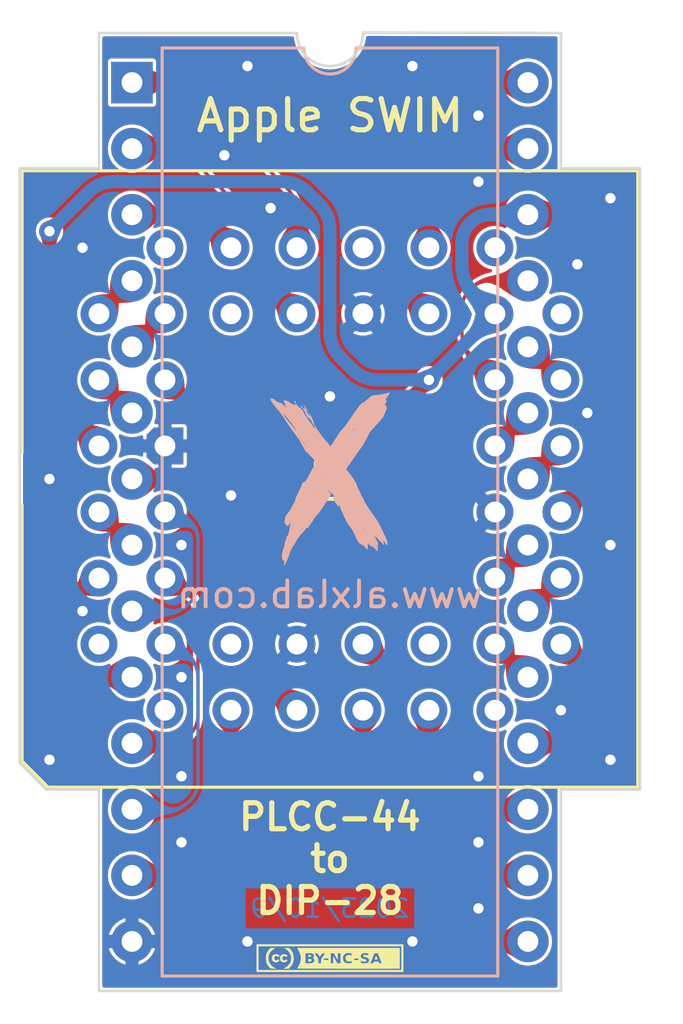
<source format=kicad_pcb>
(kicad_pcb (version 20211014) (generator pcbnew)
  (layers (0 "F.Cu" signal) (31 "B.Cu" signal) (34 "B.Paste" user) (35 "F.Paste" user) (36 "B.SilkS" user "B.Silkscreen") (37 "F.SilkS" user "F.Silkscreen") (38 "B.Mask" user) (39 "F.Mask" user) (44 "Edge.Cuts" user))
  (net 0 "")
  (net 1 "/PHASE_0")
  (net 2 "/PHASE_2")
  (net 3 "/A0")
  (net 4 "/A1")
  (net 5 "/A2")
  (net 6 "/A3")
  (net 7 "/~{DEV}")
  (net 8 "/WRDATA")
  (net 9 "/~{WRREQ}")
  (net 10 "/D0")
  (net 11 "/D1")
  (net 12 "/D2")
  (net 13 "/D3")
  (net 14 "/GND")
  (net 15 "/D4")
  (net 16 "/D5")
  (net 17 "/D6")
  (net 18 "/D7")
  (net 19 "/~{ENBL2}")
  (net 20 "/~{ENBL1}")
  (net 21 "/SENSE")
  (net 22 "/RDDATE")
  (net 23 "/~{RESET}")
  (net 24 "/FCLK")
  (net 25 "/Q3{slash}HDSEL")
  (net 26 "/VCC")
  (net 27 "/PHASE_3")
  (net 28 "/PHASE_1")
  (footprint "alxlab:DIP-28_W15.24mm_Lead-Frame_SHP-001" (layer "F.Cu") (at 125.755 79.945)
    (fp_text reference "U1" hide)
    (fp_text value "Apple_SWIM_DIP-28")
  )
  (footprint "Package_LCC:PLCC-44_THT-Socket" (layer "F.Cu") (at 127.025 93.915 90)
    (fp_text reference "U2")
    (fp_text value "Apple_SWIM_PLCC-44")
  )
  (footprint "alxlab:logo_7_back" (layer "F.Cu") (at 133.365567 94.123868)
    (fp_text reference "G***" hide)
    (fp_text value "LOGO" hide)
  )
  (footprint "alxlab:cc_by_nc_sa_small_front_silk_screen" (layer "F.Cu") (at 133.375 113.6)
    (fp_text reference "G***" hide)
    (fp_text value "LOGO" hide)
  )
  (gr_line (start 124.485 107.123) (end 122.453 107.123) (layer "Edge.Cuts") (width 0.1))
  (gr_line (start 124.485 114.87) (end 124.485 107.123) (layer "Edge.Cuts") (width 0.1))
  (gr_arc (start 134.645 78.025) (mid 133.382544 79.310022) (end 132.105 78.04) (layer "Edge.Cuts") (width 0.1))
  (gr_line (start 121.437 106.107) (end 122.453 107.123) (layer "Edge.Cuts") (width 0.1))
  (gr_line (start 121.437 106.107) (end 121.437 83.247) (layer "Edge.Cuts") (width 0.1))
  (gr_line (start 142.265 107.123) (end 142.265 114.87) (layer "Edge.Cuts") (width 0.1))
  (gr_line (start 121.437 83.247) (end 124.485 83.247) (layer "Edge.Cuts") (width 0.1))
  (gr_line (start 142.265 107.123) (end 145.313 107.123) (layer "Edge.Cuts") (width 0.1))
  (gr_line (start 145.313 107.123) (end 145.313 83.247) (layer "Edge.Cuts") (width 0.1))
  (gr_line (start 124.485 83.247) (end 124.485 78.04) (layer "Edge.Cuts") (width 0.1))
  (gr_line (start 134.645 78.025) (end 142.265 78.04) (layer "Edge.Cuts") (width 0.1))
  (gr_line (start 142.265 83.247) (end 142.265 78.04) (layer "Edge.Cuts") (width 0.1))
  (gr_line (start 145.313 83.247) (end 142.265 83.247) (layer "Edge.Cuts") (width 0.1))
  (gr_line (start 142.265 114.87) (end 124.485 114.87) (layer "Edge.Cuts") (width 0.1))
  (gr_line (start 124.485 78.04) (end 132.105 78.04) (layer "Edge.Cuts") (width 0.1))
  (gr_text "2023/10/9" (at 133.375 111.695) (layer "B.Cu") (effects (font (size 0.7 0.7) (thickness 0.1)) (justify mirror)))
  (gr_text "www.alxlab.com" (at 133.375 99.63) (layer "B.SilkS") (effects (font (size 1 1)) (justify mirror)))
  (gr_text "Apple SWIM" (at 133.375 81.215) (layer "F.SilkS") (effects (font (size 1.2 1.2) (thickness 0.2))))
  (gr_text "PLCC-44\nto\nDIP-28" (at 133.375 109.79) (layer "F.SilkS") (effects (font (size 1 1) (thickness 0.2))))
  (segment (start 127.096509 79.945) (end 125.755 79.945) (width 0.127) (layer "F.Cu") (net 1))
  (segment (start 131.706551 83.991551) (end 128.058448 80.343448) (width 0.127) (layer "F.Cu") (net 1))
  (segment (start 132.105 84.95349) (end 132.105 86.295) (width 0.127) (layer "F.Cu") (net 1))
  (arc (start 131.706551 83.991551) (mid 132.001446 84.432892) (end 132.105 84.95349) (width 0.127) (layer "F.Cu") (net 1))
  (arc (start 128.058448 80.343448) (mid 127.617106 80.048553) (end 127.096509 79.945) (width 0.127) (layer "F.Cu") (net 1))
  (segment (start 130.835 86.22349) (end 130.835 87.001509) (width 0.127) (layer "F.Cu") (net 2))
  (segment (start 131.233448 87.963448) (end 132.105 88.835) (width 0.127) (layer "F.Cu") (net 2))
  (segment (start 130.436551 85.261551) (end 128.058448 82.883448) (width 0.127) (layer "F.Cu") (net 2))
  (segment (start 127.096509 82.485) (end 125.755 82.485) (width 0.127) (layer "F.Cu") (net 2))
  (arc (start 128.058448 82.883448) (mid 127.617106 82.588553) (end 127.096509 82.485) (width 0.127) (layer "F.Cu") (net 2))
  (arc (start 130.436551 85.261551) (mid 130.731446 85.702892) (end 130.835 86.22349) (width 0.127) (layer "F.Cu") (net 2))
  (arc (start 130.835 87.001509) (mid 130.938553 87.522106) (end 131.233448 87.963448) (width 0.127) (layer "F.Cu") (net 2))
  (segment (start 128.693448 85.423448) (end 129.565 86.295) (width 0.127) (layer "F.Cu") (net 3))
  (segment (start 127.731509 85.025) (end 125.755 85.025) (width 0.127) (layer "F.Cu") (net 3))
  (arc (start 128.693448 85.423448) (mid 128.252106 85.128553) (end 127.731509 85.025) (width 0.127) (layer "F.Cu") (net 3))
  (segment (start 124.485 88.835) (end 125.755 87.565) (width 0.127) (layer "F.Cu") (net 4))
  (segment (start 125.755 90.105) (end 127.025 88.835) (width 0.127) (layer "F.Cu") (net 5))
  (segment (start 125.755 92.645) (end 124.485 91.375) (width 0.127) (layer "F.Cu") (net 6))
  (segment (start 128.531551 92.881551) (end 127.025 91.375) (width 0.127) (layer "F.Cu") (net 7))
  (segment (start 128.93 94.100987) (end 128.93 93.84349) (width 0.127) (layer "F.Cu") (net 7))
  (segment (start 127.845987 95.185) (end 125.755 95.185) (width 0.127) (layer "F.Cu") (net 7))
  (arc (start 128.93 94.100987) (mid 128.847484 94.51582) (end 128.6125 94.8675) (width 0.127) (layer "F.Cu") (net 7))
  (arc (start 128.531551 92.881551) (mid 128.826446 93.322892) (end 128.93 93.84349) (width 0.127) (layer "F.Cu") (net 7))
  (arc (start 128.6125 94.8675) (mid 128.26082 95.102484) (end 127.845987 95.185) (width 0.127) (layer "F.Cu") (net 7))
  (segment (start 125.755 97.725) (end 124.485 96.455) (width 0.127) (layer "F.Cu") (net 8))
  (segment (start 127.215423 100.265) (end 125.755 100.265) (width 0.127) (layer "B.Cu") (net 9))
  (segment (start 128.295 97.539012) (end 128.295 99.185423) (width 0.127) (layer "B.Cu") (net 9))
  (segment (start 127.3425 96.455) (end 127.025 96.455) (width 0.127) (layer "B.Cu") (net 9))
  (segment (start 127.884506 96.679506) (end 127.9775 96.7725) (width 0.127) (layer "B.Cu") (net 9))
  (arc (start 127.884506 96.679506) (mid 127.635831 96.513347) (end 127.3425 96.455) (width 0.127) (layer "B.Cu") (net 9))
  (arc (start 127.978799 99.948799) (mid 127.628559 100.182822) (end 127.215423 100.265) (width 0.127) (layer "B.Cu") (net 9))
  (arc (start 128.295 99.185423) (mid 128.212822 99.598559) (end 127.978799 99.948799) (width 0.127) (layer "B.Cu") (net 9))
  (arc (start 127.9775 96.7725) (mid 128.212484 97.124178) (end 128.295 97.539012) (width 0.127) (layer "B.Cu") (net 9))
  (segment (start 124.299012 102.805) (end 125.755 102.805) (width 0.127) (layer "F.Cu") (net 10))
  (segment (start 123.969296 99.129703) (end 123.613448 99.485551) (width 0.127) (layer "F.Cu") (net 10))
  (segment (start 124.2945 98.995) (end 124.485 98.995) (width 0.127) (layer "F.Cu") (net 10))
  (segment (start 123.215 100.44749) (end 123.215 101.720987) (width 0.127) (layer "F.Cu") (net 10))
  (arc (start 123.613448 99.485551) (mid 123.318553 99.926892) (end 123.215 100.44749) (width 0.127) (layer "F.Cu") (net 10))
  (arc (start 123.5325 102.4875) (mid 123.884178 102.722484) (end 124.299012 102.805) (width 0.127) (layer "F.Cu") (net 10))
  (arc (start 123.215 101.720987) (mid 123.297515 102.13582) (end 123.5325 102.4875) (width 0.127) (layer "F.Cu") (net 10))
  (arc (start 124.2945 98.995) (mid 124.1185 99.030008) (end 123.969296 99.129703) (width 0.127) (layer "F.Cu") (net 10))
  (segment (start 127.210987 105.345) (end 125.755 105.345) (width 0.127) (layer "F.Cu") (net 11))
  (segment (start 127.2155 98.995) (end 127.025 98.995) (width 0.127) (layer "F.Cu") (net 11))
  (segment (start 128.295 104.260987) (end 128.295 100.44749) (width 0.127) (layer "F.Cu") (net 11))
  (segment (start 127.540703 99.129703) (end 127.896551 99.485551) (width 0.127) (layer "F.Cu") (net 11))
  (arc (start 127.540703 99.129703) (mid 127.391498 99.030008) (end 127.2155 98.995) (width 0.127) (layer "F.Cu") (net 11))
  (arc (start 127.9775 105.0275) (mid 127.62582 105.262484) (end 127.210987 105.345) (width 0.127) (layer "F.Cu") (net 11))
  (arc (start 127.896551 99.485551) (mid 128.191446 99.926892) (end 128.295 100.44749) (width 0.127) (layer "F.Cu") (net 11))
  (arc (start 128.295 104.260987) (mid 128.212484 104.67582) (end 127.9775 105.0275) (width 0.127) (layer "F.Cu") (net 11))
  (segment (start 128.295 102.835815) (end 128.295 106.800987) (width 0.127) (layer "B.Cu") (net 12))
  (segment (start 127.279 101.535) (end 127.025 101.535) (width 0.127) (layer "B.Cu") (net 12))
  (segment (start 127.210987 107.885) (end 125.755 107.885) (width 0.127) (layer "B.Cu") (net 12))
  (segment (start 127.914 101.916) (end 127.712605 101.714605) (width 0.127) (layer "B.Cu") (net 12))
  (arc (start 128.295 106.800987) (mid 128.212484 107.21582) (end 127.9775 107.5675) (width 0.127) (layer "B.Cu") (net 12))
  (arc (start 127.712605 101.714605) (mid 127.513665 101.581677) (end 127.279 101.535) (width 0.127) (layer "B.Cu") (net 12))
  (arc (start 127.9775 107.5675) (mid 127.62582 107.802484) (end 127.210987 107.885) (width 0.127) (layer "B.Cu") (net 12))
  (arc (start 127.914 101.916) (mid 128.195981 102.338014) (end 128.295 102.835815) (width 0.127) (layer "B.Cu") (net 12))
  (segment (start 129.565 107.956509) (end 129.565 104.075) (width 0.127) (layer "F.Cu") (net 13))
  (segment (start 127.096509 110.425) (end 125.755 110.425) (width 0.127) (layer "F.Cu") (net 13))
  (segment (start 129.166551 108.918448) (end 128.058448 110.026551) (width 0.127) (layer "F.Cu") (net 13))
  (arc (start 129.565 107.956509) (mid 129.461446 108.477106) (end 129.166551 108.918448) (width 0.127) (layer "F.Cu") (net 13))
  (arc (start 128.058448 110.026551) (mid 127.617106 110.321446) (end 127.096509 110.425) (width 0.127) (layer "F.Cu") (net 13))
  (via (at 136.55 79.31) (size 0.8) (drill 0.4) (layers "F.Cu" "B.Cu") (net 14))
  (via (at 144.17 97.725) (size 0.8) (drill 0.4) (layers "F.Cu" "B.Cu") (net 14))
  (via (at 142.265 104.075) (size 0.8) (drill 0.4) (layers "F.Cu" "B.Cu") (net 14))
  (via (at 127.66 102.805) (size 0.8) (drill 0.4) (layers "F.Cu" "B.Cu") (net 14))
  (via (at 139.09 109.155) (size 0.8) (drill 0.4) (layers "F.Cu" "B.Cu") (net 14))
  (via (at 143.281 92.645) (size 0.8) (drill 0.4) (layers "F.Cu" "B.Cu") (net 14))
  (via (at 127.66 109.155) (size 0.8) (drill 0.4) (layers "F.Cu" "B.Cu") (net 14))
  (via (at 130.2 79.31) (size 0.8) (drill 0.4) (layers "F.Cu" "B.Cu") (net 14))
  (via (at 130.2 112.965) (size 0.8) (drill 0.4) (layers "F.Cu" "B.Cu") (net 14))
  (via (at 122.58 105.98) (size 0.8) (drill 0.4) (layers "F.Cu" "B.Cu") (net 14))
  (via (at 144.17 105.98) (size 0.8) (drill 0.4) (layers "F.Cu" "B.Cu") (net 14))
  (via (at 142.9 86.93) (size 0.8) (drill 0.4) (layers "F.Cu" "B.Cu") (net 14))
  (via (at 127.66 106.615) (size 0.8) (drill 0.4) (layers "F.Cu" "B.Cu") (net 14))
  (via (at 139.09 81.215) (size 0.8) (drill 0.4) (layers "F.Cu" "B.Cu") (net 14))
  (via (at 123.85 86.295) (size 0.8) (drill 0.4) (layers "F.Cu" "B.Cu") (net 14))
  (via (at 123.85 100.265) (size 0.8) (drill 0.4) (layers "F.Cu" "B.Cu") (net 14))
  (via (at 129.311 82.739) (size 0.8) (drill 0.4) (layers "F.Cu" "B.Cu") (net 14))
  (via (at 139.09 83.755) (size 0.8) (drill 0.4) (layers "F.Cu" "B.Cu") (net 14))
  (via (at 129.565 95.82) (size 0.8) (drill 0.4) (layers "F.Cu" "B.Cu") (net 14))
  (via (at 139.09 106.615) (size 0.8) (drill 0.4) (layers "F.Cu" "B.Cu") (net 14))
  (via (at 136.55 112.965) (size 0.8) (drill 0.4) (layers "F.Cu" "B.Cu") (net 14))
  (via (at 133.375 92.01) (size 0.8) (drill 0.4) (layers "F.Cu" "B.Cu") (net 14))
  (via (at 131.089 84.771) (size 0.8) (drill 0.4) (layers "F.Cu" "B.Cu") (net 14))
  (via (at 127.66 97.725) (size 0.8) (drill 0.4) (layers "F.Cu" "B.Cu") (net 14))
  (via (at 122.58 95.185) (size 0.8) (drill 0.4) (layers "F.Cu" "B.Cu") (net 14))
  (via (at 144.17 84.39) (size 0.8) (drill 0.4) (layers "F.Cu" "B.Cu") (net 14))
  (via (at 139.09 111.695) (size 0.8) (drill 0.4) (layers "F.Cu" "B.Cu") (net 14))
  (segment (start 138.691551 112.566551) (end 135.043448 108.918448) (width 0.127) (layer "F.Cu") (net 15))
  (segment (start 139.65349 112.965) (end 140.995 112.965) (width 0.127) (layer "F.Cu") (net 15))
  (segment (start 134.645 107.956509) (end 134.645 104.075) (width 0.127) (layer "F.Cu") (net 15))
  (arc (start 134.645 107.956509) (mid 134.748553 108.477106) (end 135.043448 108.918448) (width 0.127) (layer "F.Cu") (net 15))
  (arc (start 138.691551 112.566551) (mid 139.132892 112.861446) (end 139.65349 112.965) (width 0.127) (layer "F.Cu") (net 15))
  (segment (start 139.65349 110.425) (end 140.995 110.425) (width 0.127) (layer "F.Cu") (net 16))
  (segment (start 135.915 103.36849) (end 135.915 106.686509) (width 0.127) (layer "F.Cu") (net 16))
  (segment (start 138.691551 110.026551) (end 136.313448 107.648448) (width 0.127) (layer "F.Cu") (net 16))
  (segment (start 135.516551 102.406551) (end 134.645 101.535) (width 0.127) (layer "F.Cu") (net 16))
  (arc (start 135.915 106.686509) (mid 136.018553 107.207106) (end 136.313448 107.648448) (width 0.127) (layer "F.Cu") (net 16))
  (arc (start 135.516551 102.406551) (mid 135.811446 102.847892) (end 135.915 103.36849) (width 0.127) (layer "F.Cu") (net 16))
  (arc (start 138.691551 110.026551) (mid 139.132892 110.321446) (end 139.65349 110.425) (width 0.127) (layer "F.Cu") (net 16))
  (segment (start 138.691551 107.486551) (end 137.583448 106.378448) (width 0.127) (layer "F.Cu") (net 17))
  (segment (start 137.185 105.416509) (end 137.185 104.075) (width 0.127) (layer "F.Cu") (net 17))
  (segment (start 139.65349 107.885) (end 140.995 107.885) (width 0.127) (layer "F.Cu") (net 17))
  (arc (start 138.691551 107.486551) (mid 139.132892 107.781446) (end 139.65349 107.885) (width 0.127) (layer "F.Cu") (net 17))
  (arc (start 137.185 105.416509) (mid 137.288553 105.937106) (end 137.583448 106.378448) (width 0.127) (layer "F.Cu") (net 17))
  (segment (start 143.136551 102.406551) (end 142.265 101.535) (width 0.127) (layer "F.Cu") (net 18))
  (segment (start 143.535 104.260987) (end 143.535 103.36849) (width 0.127) (layer "F.Cu") (net 18))
  (segment (start 142.450987 105.345) (end 140.995 105.345) (width 0.127) (layer "F.Cu") (net 18))
  (arc (start 143.136551 102.406551) (mid 143.431446 102.847892) (end 143.535 103.36849) (width 0.127) (layer "F.Cu") (net 18))
  (arc (start 143.2175 105.0275) (mid 142.86582 105.262484) (end 142.450987 105.345) (width 0.127) (layer "F.Cu") (net 18))
  (arc (start 143.535 104.260987) (mid 143.452484 104.67582) (end 143.2175 105.0275) (width 0.127) (layer "F.Cu") (net 18))
  (segment (start 139.725 101.535) (end 140.995 102.805) (width 0.127) (layer "F.Cu") (net 19))
  (segment (start 140.995 100.265) (end 142.265 98.995) (width 0.127) (layer "F.Cu") (net 20))
  (segment (start 140.995 97.725) (end 139.725 98.995) (width 0.127) (layer "F.Cu") (net 21))
  (segment (start 140.995 95.185) (end 142.265 93.915) (width 0.127) (layer "F.Cu") (net 22))
  (segment (start 139.725 93.915) (end 140.995 92.645) (width 0.127) (layer "F.Cu") (net 23))
  (segment (start 142.265 91.375) (end 140.995 90.105) (width 0.127) (layer "F.Cu") (net 24))
  (segment (start 138.853448 90.503448) (end 139.725 91.375) (width 0.127) (layer "F.Cu") (net 25))
  (segment (start 138.455 89.541509) (end 138.455 88.649012) (width 0.127) (layer "F.Cu") (net 25))
  (segment (start 139.539012 87.565) (end 140.995 87.565) (width 0.127) (layer "F.Cu") (net 25))
  (arc (start 138.7725 87.8825) (mid 138.537515 88.234178) (end 138.455 88.649012) (width 0.127) (layer "F.Cu") (net 25))
  (arc (start 138.455 89.541509) (mid 138.558553 90.062106) (end 138.853448 90.503448) (width 0.127) (layer "F.Cu") (net 25))
  (arc (start 139.539012 87.565) (mid 139.124178 87.647515) (end 138.7725 87.8825) (width 0.127) (layer "F.Cu") (net 25))
  (segment (start 142.336509 85.025) (end 140.995 85.025) (width 0.508) (layer "F.Cu") (net 26))
  (segment (start 122.58 91.446509) (end 122.58 85.66) (width 0.508) (layer "F.Cu") (net 26))
  (segment (start 137.185 91.375) (end 131.233448 97.326551) (width 0.508) (layer "F.Cu") (net 26))
  (segment (start 130.835 102.241509) (end 130.835 98.28849) (width 0.508) (layer "F.Cu") (net 26))
  (segment (start 144.17 93.986509) (end 144.17 86.85849) (width 0.508) (layer "F.Cu") (net 26))
  (segment (start 131.233448 103.203448) (end 132.105 104.075) (width 0.508) (layer "F.Cu") (net 26))
  (segment (start 122.978448 92.408448) (end 124.485 93.915) (width 0.508) (layer "F.Cu") (net 26))
  (segment (start 143.771551 94.948448) (end 142.265 96.455) (width 0.508) (layer "F.Cu") (net 26))
  (segment (start 143.771551 85.896551) (end 143.298448 85.423448) (width 0.508) (layer "F.Cu") (net 26))
  (via (at 137.185 91.375) (size 0.8) (drill 0.4) (layers "F.Cu" "B.Cu") (net 26))
  (via (at 122.58 85.66) (size 0.8) (drill 0.4) (layers "F.Cu" "B.Cu") (net 26))
  (arc (start 130.835 102.241509) (mid 130.938553 102.762106) (end 131.233448 103.203448) (width 0.508) (layer "F.Cu") (net 26))
  (arc (start 131.233448 97.326551) (mid 130.938553 97.767892) (end 130.835 98.28849) (width 0.508) (layer "F.Cu") (net 26))
  (arc (start 122.58 91.446509) (mid 122.683553 91.967106) (end 122.978448 92.408448) (width 0.508) (layer "F.Cu") (net 26))
  (arc (start 144.17 93.986509) (mid 144.066446 94.507106) (end 143.771551 94.948448) (width 0.508) (layer "F.Cu") (net 26))
  (arc (start 143.771551 85.896551) (mid 144.066446 86.337892) (end 144.17 86.85849) (width 0.508) (layer "F.Cu") (net 26))
  (arc (start 143.298448 85.423448) (mid 142.857106 85.128553) (end 142.336509 85.025) (width 0.508) (layer "F.Cu") (net 26))
  (segment (start 133.375 89.541509) (end 133.375 85.58849) (width 0.508) (layer "B.Cu") (net 26))
  (segment (start 139.725 88.835) (end 137.185 91.375) (width 0.508) (layer "B.Cu") (net 26))
  (segment (start 138.455 87.001509) (end 138.455 86.109012) (width 0.508) (layer "B.Cu") (net 26))
  (segment (start 137.185 91.375) (end 135.20849 91.375) (width 0.508) (layer "B.Cu") (net 26))
  (segment (start 122.58 85.66) (end 124.086551 84.153448) (width 0.508) (layer "B.Cu") (net 26))
  (segment (start 131.541509 83.755) (end 125.04849 83.755) (width 0.508) (layer "B.Cu") (net 26))
  (segment (start 132.503448 84.153448) (end 132.976551 84.626551) (width 0.508) (layer "B.Cu") (net 26))
  (segment (start 139.725 88.835) (end 138.853448 87.963448) (width 0.508) (layer "B.Cu") (net 26))
  (segment (start 133.773448 90.503448) (end 134.246551 90.976551) (width 0.508) (layer "B.Cu") (net 26))
  (segment (start 139.539012 85.025) (end 140.995 85.025) (width 0.508) (layer "B.Cu") (net 26))
  (arc (start 132.976551 84.626551) (mid 133.271446 85.067892) (end 133.375 85.58849) (width 0.508) (layer "B.Cu") (net 26))
  (arc (start 139.539012 85.025) (mid 139.124178 85.107515) (end 138.7725 85.3425) (width 0.508) (layer "B.Cu") (net 26))
  (arc (start 138.455 87.001509) (mid 138.558553 87.522106) (end 138.853448 87.963448) (width 0.508) (layer "B.Cu") (net 26))
  (arc (start 138.7725 85.3425) (mid 138.537515 85.694178) (end 138.455 86.109012) (width 0.508) (layer "B.Cu") (net 26))
  (arc (start 125.04849 83.755) (mid 124.527892 83.858553) (end 124.086551 84.153448) (width 0.508) (layer "B.Cu") (net 26))
  (arc (start 134.246551 90.976551) (mid 134.687892 91.271446) (end 135.20849 91.375) (width 0.508) (layer "B.Cu") (net 26))
  (arc (start 132.503448 84.153448) (mid 132.062106 83.858553) (end 131.541509 83.755) (width 0.508) (layer "B.Cu") (net 26))
  (arc (start 133.375 89.541509) (mid 133.478553 90.062106) (end 133.773448 90.503448) (width 0.508) (layer "B.Cu") (net 26))
  (segment (start 137.185 84.95349) (end 137.185 86.295) (width 0.127) (layer "F.Cu") (net 27))
  (segment (start 139.65349 82.485) (end 140.995 82.485) (width 0.127) (layer "F.Cu") (net 27))
  (segment (start 138.691551 82.883448) (end 137.583448 83.991551) (width 0.127) (layer "F.Cu") (net 27))
  (arc (start 137.583448 83.991551) (mid 137.288553 84.432892) (end 137.185 84.95349) (width 0.127) (layer "F.Cu") (net 27))
  (arc (start 139.65349 82.485) (mid 139.132892 82.588553) (end 138.691551 82.883448) (width 0.127) (layer "F.Cu") (net 27))
  (segment (start 139.67349 79.945) (end 140.995 79.945) (width 0.127) (layer "F.Cu") (net 28))
  (segment (start 136.313448 87.963448) (end 137.185 88.835) (width 0.127) (layer "F.Cu") (net 28))
  (segment (start 138.711551 80.343448) (end 136.313448 82.741551) (width 0.127) (layer "F.Cu") (net 28))
  (segment (start 135.915 87.001509) (end 135.915 83.70349) (width 0.127) (layer "F.Cu") (net 28))
  (arc (start 139.67349 79.945) (mid 139.152892 80.048553) (end 138.711551 80.343448) (width 0.127) (layer "F.Cu") (net 28))
  (arc (start 135.915 87.001509) (mid 136.018553 87.522106) (end 136.313448 87.963448) (width 0.127) (layer "F.Cu") (net 28))
  (arc (start 136.313448 82.741551) (mid 136.018553 83.182892) (end 135.915 83.70349) (width 0.127) (layer "F.Cu") (net 28))
  (zone (net 15) (net_name "/D4") (layer "F.Cu") (priority 16962) (connect_pads yes (clearance 0)) (min_thickness 0.0254) (fill yes (thermal_gap 0.508) (thermal_bridge_width 0.508))
    (polygon (pts (xy 138.863583 112.789305) (xy 139.08258 112.927373) (xy 139.273199 113.032892) (xy 139.441896 113.113573) (xy 139.595125 113.177125) (xy 139.739343 113.231262) (xy 139.881004 113.283695) (xy 140.026565 113.342135) (xy 140.18248 113.414293) (xy 140.355205 113.50788) (xy 140.551196 113.63061) (xy 141.395 112.965) (xy 140.646289 112.245) (xy 140.445912 112.353961) (xy 140.266549 112.469544) (xy 140.102747 112.58384) (xy 139.949057 112.688942) (xy 139.800029 112.776943) (xy 139.650211 112.839933) (xy 139.494153 112.870006) (xy 139.326405 112.859253) (xy 139.141515 112.799767) (xy 138.934035 112.683641)))
  )
  (zone (net 25) (net_name "/Q3{slash}HDSEL") (layer "F.Cu") (priority 16962) (connect_pads yes (clearance 0)) (min_thickness 0.0254) (fill yes (thermal_gap 0.508) (thermal_bridge_width 0.508))
    (polygon (pts (xy 138.8524 87.894015) (xy 139.047778 87.745246) (xy 139.229059 87.663263) (xy 139.400196 87.638676) (xy 139.565143 87.662097) (xy 139.727855 87.724137) (xy 139.892286 87.815407) (xy 140.062391 87.926517) (xy 140.242123 88.048078) (xy 140.435438 88.170702) (xy 140.646289 88.285) (xy 141.395 87.565) (xy 140.456755 86.973146) (xy 140.277494 87.116294) (xy 140.109622 87.215013) (xy 139.949726 87.280926) (xy 139.79439 87.325655) (xy 139.640201 87.360823) (xy 139.483744 87.398054) (xy 139.321605 87.44897) (xy 139.150369 87.525194) (xy 138.966624 87.638349) (xy 138.766954 87.800059)))
  )
  (zone (net 20) (net_name "/~{ENBL1}") (layer "F.Cu") (priority 16962) (connect_pads yes (clearance 0)) (min_thickness 0.0254) (fill yes (thermal_gap 0.508) (thermal_bridge_width 0.508))
    (polygon (pts (xy 142.074398 99.0958) (xy 141.932145 99.222472) (xy 141.800948 99.309728) (xy 141.677332 99.365239) (xy 141.557823 99.396674) (xy 141.438947 99.411707) (xy 141.317229 99.418007) (xy 141.189196 99.423246) (xy 141.051373 99.435094) (xy 140.900285 99.461224) (xy 140.73246 99.509307) (xy 140.712158 100.547842) (xy 141.750693 100.52754) (xy 141.798775 100.359714) (xy 141.824905 100.208626) (xy 141.836753 100.070803) (xy 141.841992 99.94277) (xy 141.848292 99.821052) (xy 141.863325 99.702176) (xy 141.89476 99.582667) (xy 141.950271 99.459051) (xy 142.037527 99.327854) (xy 142.1642 99.185602)))
  )
  (zone (net 2) (net_name "/PHASE_2") (layer "F.Cu") (priority 16962) (connect_pads yes (clearance 0)) (min_thickness 0.0254) (fill yes (thermal_gap 0.508) (thermal_bridge_width 0.508))
    (polygon (pts (xy 130.820317 87.371144) (xy 130.886896 87.602702) (xy 130.950446 87.795365) (xy 131.011537 87.95816) (xy 131.07074 88.100113) (xy 131.128622 88.23025) (xy 131.185755 88.357598) (xy 131.242708 88.491183) (xy 131.30005 88.640032) (xy 131.358352 88.813171) (xy 131.418183 89.019627) (xy 132.356447 89.086447) (xy 132.338398 88.163189) (xy 132.139383 88.103682) (xy 131.951747 88.061604) (xy 131.776176 88.028501) (xy 131.613362 87.995922) (xy 131.463994 87.955417) (xy 131.32876 87.898532) (xy 131.208351 87.816818) (xy 131.103454 87.701821) (xy 131.014761 87.545091) (xy 130.942961 87.338176)))
  )
  (zone (net 17) (net_name "/D6") (layer "F.Cu") (priority 16962) (connect_pads yes (clearance 0)) (min_thickness 0.0254) (fill yes (thermal_gap 0.508) (thermal_bridge_width 0.508))
    (polygon (pts (xy 137.42173 106.064046) (xy 137.31922 105.853926) (xy 137.265973 105.66857) (xy 137.255418 105.502209) (xy 137.280986 105.349074) (xy 137.336108 105.203398) (xy 137.414213 105.059411) (xy 137.508732 104.911347) (xy 137.613096 104.753436) (xy 137.720735 104.579911) (xy 137.82508 104.385004) (xy 137.185 103.7194) (xy 136.568797 104.430104) (xy 136.677168 104.629587) (xy 136.75977 104.803951) (xy 136.823428 104.960135) (xy 136.874963 105.10508) (xy 136.921198 105.245729) (xy 136.968958 105.389021) (xy 137.025064 105.541899) (xy 137.09634 105.711303) (xy 137.189609 105.904175) (xy 137.311694 106.127456)))
  )
  (zone (net 26) (net_name "/VCC") (layer "F.Cu") (priority 16962) (connect_pads yes (clearance 0)) (min_thickness 0.0254) (fill yes (thermal_gap 0.508) (thermal_bridge_width 0.508))
    (polygon (pts (xy 123.300456 93.089666) (xy 123.411476 93.207707) (xy 123.497839 93.31444) (xy 123.563813 93.413091) (xy 123.613664 93.506887) (xy 123.651661 93.599055) (xy 123.682071 93.692821) (xy 123.709162 93.791411) (xy 123.737199 93.898053) (xy 123.770453 94.015973) (xy 123.813189 94.148398) (xy 124.736447 94.166447) (xy 124.718398 93.243189) (xy 124.585973 93.200453) (xy 124.468053 93.167199) (xy 124.361411 93.139162) (xy 124.262821 93.112071) (xy 124.169055 93.081661) (xy 124.076887 93.043664) (xy 123.983091 92.993813) (xy 123.88444 92.927839) (xy 123.777707 92.841476) (xy 123.659666 92.730456)))
  )
  (zone (net 13) (net_name "/D3") (layer "F.Cu") (priority 16962) (connect_pads yes (clearance 0)) (min_thickness 0.0254) (fill yes (thermal_gap 0.508) (thermal_bridge_width 0.508))
    (polygon (pts (xy 127.815963 110.143641) (xy 127.608482 110.259767) (xy 127.423593 110.319253) (xy 127.255845 110.330005) (xy 127.099787 110.299933) (xy 126.949969 110.236942) (xy 126.800941 110.148942) (xy 126.647251 110.04384) (xy 126.48345 109.929544) (xy 126.304087 109.813961) (xy 126.103711 109.705) (xy 125.355 110.425) (xy 126.198803 111.090611) (xy 126.394793 110.967882) (xy 126.567518 110.874294) (xy 126.723433 110.802136) (xy 126.868994 110.743696) (xy 127.010655 110.691263) (xy 127.154872 110.637126) (xy 127.308102 110.573573) (xy 127.476798 110.492892) (xy 127.667417 110.387373) (xy 127.886415 110.249305)))
  )
  (zone (net 16) (net_name "/D5") (layer "F.Cu") (priority 16962) (connect_pads yes (clearance 0)) (min_thickness 0.0254) (fill yes (thermal_gap 0.508) (thermal_bridge_width 0.508))
    (polygon (pts (xy 138.863583 110.249305) (xy 139.08258 110.387373) (xy 139.273199 110.492892) (xy 139.441896 110.573573) (xy 139.595125 110.637125) (xy 139.739343 110.691262) (xy 139.881004 110.743695) (xy 140.026565 110.802135) (xy 140.18248 110.874293) (xy 140.355205 110.96788) (xy 140.551196 111.09061) (xy 141.395 110.425) (xy 140.646289 109.705) (xy 140.445912 109.813961) (xy 140.266549 109.929544) (xy 140.102747 110.04384) (xy 139.949057 110.148942) (xy 139.800029 110.236943) (xy 139.650211 110.299933) (xy 139.494153 110.330006) (xy 139.326405 110.319253) (xy 139.141515 110.259767) (xy 138.934035 110.143641)))
  )
  (zone (net 1) (net_name "/PHASE_0") (layer "F.Cu") (priority 16962) (connect_pads yes (clearance 0)) (min_thickness 0.0254) (fill yes (thermal_gap 0.508) (thermal_bridge_width 0.508))
    (polygon (pts (xy 127.886415 80.120693) (xy 127.667417 79.982624) (xy 127.476798 79.877105) (xy 127.308102 79.796425) (xy 127.154872 79.732872) (xy 127.010655 79.678735) (xy 126.868994 79.626302) (xy 126.723433 79.567863) (xy 126.567518 79.495705) (xy 126.394793 79.402117) (xy 126.198803 79.279389) (xy 125.355 79.945) (xy 126.103711 80.665) (xy 126.304087 80.556038) (xy 126.48345 80.440455) (xy 126.647251 80.326159) (xy 126.800941 80.221056) (xy 126.949969 80.133056) (xy 127.099787 80.070065) (xy 127.255844 80.039992) (xy 127.423593 80.050744) (xy 127.608482 80.11023) (xy 127.815963 80.226357)))
  )
  (zone (net 17) (net_name "/D6") (layer "F.Cu") (priority 16962) (connect_pads yes (clearance 0)) (min_thickness 0.0254) (fill yes (thermal_gap 0.508) (thermal_bridge_width 0.508))
    (polygon (pts (xy 138.863583 107.709305) (xy 139.08258 107.847373) (xy 139.273199 107.952892) (xy 139.441896 108.033573) (xy 139.595125 108.097125) (xy 139.739343 108.151262) (xy 139.881004 108.203695) (xy 140.026565 108.262135) (xy 140.18248 108.334293) (xy 140.355205 108.42788) (xy 140.551196 108.55061) (xy 141.395 107.885) (xy 140.646289 107.165) (xy 140.445912 107.273961) (xy 140.266549 107.389544) (xy 140.102747 107.50384) (xy 139.949057 107.608942) (xy 139.800029 107.696943) (xy 139.650211 107.759933) (xy 139.494153 107.790006) (xy 139.326405 107.779253) (xy 139.141515 107.719767) (xy 138.934035 107.603641)))
  )
  (zone (net 10) (net_name "/D0") (layer "F.Cu") (priority 16962) (connect_pads yes (clearance 0)) (min_thickness 0.0254) (fill yes (thermal_gap 0.508) (thermal_bridge_width 0.508))
    (polygon (pts (xy 123.526954 102.569934) (xy 123.726623 102.731644) (xy 123.910369 102.844799) (xy 124.081604 102.921024) (xy 124.243742 102.971941) (xy 124.400199 103.009172) (xy 124.554389 103.04434) (xy 124.709725 103.08907) (xy 124.869621 103.154983) (xy 125.037492 103.253702) (xy 125.216753 103.396852) (xy 126.155 102.805) (xy 125.406289 102.085) (xy 125.195438 102.199297) (xy 125.002123 102.32192) (xy 124.82239 102.443481) (xy 124.652286 102.55459) (xy 124.487854 102.645859) (xy 124.325142 102.707898) (xy 124.160195 102.731318) (xy 123.989058 102.706731) (xy 123.807778 102.624747) (xy 123.6124 102.475978)))
  )
  (zone (net 13) (net_name "/D3") (layer "F.Cu") (priority 16962) (connect_pads yes (clearance 0)) (min_thickness 0.0254) (fill yes (thermal_gap 0.508) (thermal_bridge_width 0.508))
    (polygon (pts (xy 129.6285 105.4962) (xy 129.638086 105.326523) (xy 129.665147 105.188417) (xy 129.707136 105.074923) (xy 129.761506 104.979081) (xy 129.825709 104.893932) (xy 129.897199 104.812517) (xy 129.973428 104.727875) (xy 130.051849 104.633049) (xy 130.129915 104.521078) (xy 130.20508 104.385004) (xy 129.565 103.7194) (xy 128.92492 104.385004) (xy 129.000084 104.521078) (xy 129.07815 104.633049) (xy 129.156571 104.727875) (xy 129.2328 104.812517) (xy 129.30429 104.893932) (xy 129.368493 104.979081) (xy 129.422863 105.074923) (xy 129.464852 105.188417) (xy 129.491913 105.326523) (xy 129.5015 105.4962)))
  )
  (zone (net 20) (net_name "/~{ENBL1}") (layer "F.Cu") (priority 16962) (connect_pads yes (clearance 0)) (min_thickness 0.0254) (fill yes (thermal_gap 0.508) (thermal_bridge_width 0.508))
    (polygon (pts (xy 141.304962 100.04484) (xy 141.431719 99.931639) (xy 141.54851 99.853119) (xy 141.658453 99.802557) (xy 141.764668 99.773232) (xy 141.870276 99.758421) (xy 141.978396 99.751403) (xy 142.092148 99.745454) (xy 142.214653 99.733854) (xy 142.349029 99.70988) (xy 142.498398 99.666811) (xy 142.516447 98.743553) (xy 141.593189 98.761602) (xy 141.550119 98.91097) (xy 141.526145 99.045346) (xy 141.514545 99.167851) (xy 141.508596 99.281603) (xy 141.501578 99.389723) (xy 141.486767 99.495331) (xy 141.457442 99.601546) (xy 141.40688 99.711489) (xy 141.32836 99.82828) (xy 141.21516 99.955038)))
  )
  (zone (net 8) (net_name "/WRDATA") (layer "F.Cu") (priority 16962) (connect_pads yes (clearance 0)) (min_thickness 0.0254) (fill yes (thermal_gap 0.508) (thermal_bridge_width 0.508))
    (polygon (pts (xy 124.5858 96.645602) (xy 124.712472 96.787854) (xy 124.799728 96.919051) (xy 124.855239 97.042667) (xy 124.886674 97.162176) (xy 124.901707 97.281052) (xy 124.908007 97.40277) (xy 124.913246 97.530803) (xy 124.925094 97.668626) (xy 124.951224 97.819714) (xy 124.999307 97.98754) (xy 126.037842 98.007842) (xy 126.01754 96.969307) (xy 125.849714 96.921224) (xy 125.698626 96.895094) (xy 125.560803 96.883246) (xy 125.43277 96.878007) (xy 125.311052 96.871707) (xy 125.192176 96.856674) (xy 125.072667 96.825239) (xy 124.949051 96.769728) (xy 124.817854 96.682472) (xy 124.675602 96.5558)))
  )
  (zone (net 26) (net_name "/VCC") (layer "F.Cu") (priority 16962) (connect_pads yes (clearance 0)) (min_thickness 0.0254) (fill yes (thermal_gap 0.508) (thermal_bridge_width 0.508))
    (polygon (pts (xy 122.834 86.45) (xy 122.834299 86.362371) (xy 122.835534 86.285623) (xy 122.838213 86.217848) (xy 122.842843 86.157137) (xy 122.849931 86.101582) (xy 122.859985 86.049275) (xy 122.873511 85.998307) (xy 122.891018 85.94677) (xy 122.913011 85.892755) (xy 122.94 85.834355) (xy 122.58 85.46) (xy 122.22 85.834355) (xy 122.246988 85.892755) (xy 122.268981 85.94677) (xy 122.286488 85.998307) (xy 122.300014 86.049275) (xy 122.310068 86.101582) (xy 122.317156 86.157137) (xy 122.321786 86.217848) (xy 122.324465 86.285623) (xy 122.3257 86.362371) (xy 122.326 86.45)))
  )
  (zone (net 19) (net_name "/~{ENBL2}") (layer "F.Cu") (priority 16962) (connect_pads yes (clearance 0)) (min_thickness 0.0254) (fill yes (thermal_gap 0.508) (thermal_bridge_width 0.508))
    (polygon (pts (xy 139.8258 101.725602) (xy 139.952472 101.867854) (xy 140.039728 101.999051) (xy 140.095239 102.122667) (xy 140.126674 102.242176) (xy 140.141707 102.361052) (xy 140.148007 102.48277) (xy 140.153246 102.610803) (xy 140.165094 102.748626) (xy 140.191224 102.899714) (xy 140.239307 103.06754) (xy 141.277842 103.087842) (xy 141.25754 102.049307) (xy 141.089714 102.001224) (xy 140.938626 101.975094) (xy 140.800803 101.963246) (xy 140.67277 101.958007) (xy 140.551052 101.951707) (xy 140.432176 101.936674) (xy 140.312667 101.905239) (xy 140.189051 101.849728) (xy 140.057854 101.762472) (xy 139.915602 101.6358)))
  )
  (zone (net 5) (net_name "/A2") (layer "F.Cu") (priority 16962) (connect_pads yes (clearance 0)) (min_thickness 0.0254) (fill yes (thermal_gap 0.508) (thermal_bridge_width 0.508))
    (polygon (pts (xy 126.064962 89.88484) (xy 126.191719 89.771639) (xy 126.30851 89.693119) (xy 126.418453 89.642557) (xy 126.524668 89.613232) (xy 126.630276 89.598421) (xy 126.738396 89.591403) (xy 126.852148 89.585454) (xy 126.974653 89.573854) (xy 127.109029 89.54988) (xy 127.258398 89.506811) (xy 127.276447 88.583553) (xy 126.353189 88.601602) (xy 126.310119 88.75097) (xy 126.286145 88.885346) (xy 126.274545 89.007851) (xy 126.268596 89.121603) (xy 126.261578 89.229723) (xy 126.246767 89.335331) (xy 126.217442 89.441546) (xy 126.16688 89.551489) (xy 126.08836 89.66828) (xy 125.97516 89.795038)))
  )
  (zone (net 26) (net_name "/VCC") (layer "F.Cu") (priority 16962) (connect_pads yes (clearance 0)) (min_thickness 0.0254) (fill yes (thermal_gap 0.508) (thermal_bridge_width 0.508))
    (polygon (pts (xy 143.090333 95.270456) (xy 142.972291 95.381476) (xy 142.865558 95.467839) (xy 142.766907 95.533813) (xy 142.673111 95.583664) (xy 142.580944 95.621661) (xy 142.487178 95.652071) (xy 142.388587 95.679162) (xy 142.281946 95.7072) (xy 142.164026 95.740453) (xy 142.031602 95.783189) (xy 142.013553 96.706447) (xy 142.936811 96.688398) (xy 142.979546 96.555973) (xy 143.0128 96.438053) (xy 143.040838 96.331411) (xy 143.067928 96.232821) (xy 143.098338 96.139055) (xy 143.136335 96.046887) (xy 143.186186 95.953091) (xy 143.25216 95.85444) (xy 143.338523 95.747707) (xy 143.449544 95.629666)))
  )
  (zone (net 11) (net_name "/D1") (layer "F.Cu") (priority 16962) (connect_pads yes (clearance 0)) (min_thickness 0.0254) (fill yes (thermal_gap 0.508) (thermal_bridge_width 0.508))
    (polygon (pts (xy 128.309684 100.077851) (xy 128.253112 99.894192) (xy 128.193199 99.744015) (xy 128.130929 99.619508) (xy 128.067287 99.512856) (xy 128.003259 99.416247) (xy 127.93983 99.321867) (xy 127.877986 99.221902) (xy 127.818712 99.10854) (xy 127.762994 98.973968) (xy 127.711816 98.810371) (xy 126.697167 98.857245) (xy 127.062838 99.705192) (xy 127.219209 99.694091) (xy 127.368843 99.681109) (xy 127.510605 99.671257) (xy 127.643358 99.669546) (xy 127.765965 99.680986) (xy 127.87729 99.710587) (xy 127.976196 99.76336) (xy 128.061548 99.844316) (xy 128.132207 99.958466) (xy 128.18704 100.110819)))
  )
  (zone (net 21) (net_name "/SENSE") (layer "F.Cu") (priority 16962) (connect_pads yes (clearance 0)) (min_thickness 0.0254) (fill yes (thermal_gap 0.508) (thermal_bridge_width 0.508))
    (polygon (pts (xy 139.915602 98.8942) (xy 140.057854 98.767527) (xy 140.189051 98.680271) (xy 140.312667 98.62476) (xy 140.432176 98.593325) (xy 140.551052 98.578292) (xy 140.67277 98.571992) (xy 140.800803 98.566753) (xy 140.938626 98.554905) (xy 141.089714 98.528775) (xy 141.25754 98.480693) (xy 141.277842 97.442158) (xy 140.239307 97.46246) (xy 140.191224 97.630285) (xy 140.165094 97.781373) (xy 140.153246 97.919196) (xy 140.148007 98.047229) (xy 140.141707 98.168947) (xy 140.126674 98.287823) (xy 140.095239 98.407332) (xy 140.039728 98.530948) (xy 139.952472 98.662145) (xy 139.8258 98.804398)))
  )
  (zone (net 28) (net_name "/PHASE_1") (layer "F.Cu") (priority 16962) (connect_pads yes (clearance 0)) (min_thickness 0.0254) (fill yes (thermal_gap 0.508) (thermal_bridge_width 0.508))
    (polygon (pts (xy 135.900317 87.371144) (xy 135.966896 87.602702) (xy 136.030446 87.795365) (xy 136.091537 87.95816) (xy 136.15074 88.100113) (xy 136.208622 88.23025) (xy 136.265755 88.357598) (xy 136.322708 88.491183) (xy 136.38005 88.640032) (xy 136.438352 88.813171) (xy 136.498183 89.019627) (xy 137.436447 89.086447) (xy 137.418398 88.163189) (xy 137.219383 88.103682) (xy 137.031747 88.061604) (xy 136.856176 88.028501) (xy 136.693362 87.995922) (xy 136.543994 87.955417) (xy 136.40876 87.898532) (xy 136.288351 87.816818) (xy 136.183454 87.701821) (xy 136.094761 87.545091) (xy 136.022961 87.338176)))
  )
  (zone (net 6) (net_name "/A3") (layer "F.Cu") (priority 16962) (connect_pads yes (clearance 0)) (min_thickness 0.0254) (fill yes (thermal_gap 0.508) (thermal_bridge_width 0.508))
    (polygon (pts (xy 125.53484 92.335038) (xy 125.421639 92.20828) (xy 125.343119 92.091489) (xy 125.292557 91.981546) (xy 125.263232 91.875331) (xy 125.248421 91.769723) (xy 125.241403 91.661603) (xy 125.235454 91.547851) (xy 125.223854 91.425346) (xy 125.19988 91.29097) (xy 125.156811 91.141602) (xy 124.233553 91.123553) (xy 124.251602 92.046811) (xy 124.40097 92.08988) (xy 124.535346 92.113854) (xy 124.657851 92.125454) (xy 124.771603 92.131403) (xy 124.879723 92.138421) (xy 124.985331 92.153232) (xy 125.091546 92.182557) (xy 125.201489 92.233119) (xy 125.31828 92.311639) (xy 125.445038 92.42484)))
  )
  (zone (net 3) (net_name "/A0") (layer "F.Cu") (priority 16962) (connect_pads yes (clearance 0)) (min_thickness 0.0254) (fill yes (thermal_gap 0.508) (thermal_bridge_width 0.508))
    (polygon (pts (xy 127.345 84.9615) (xy 127.15484 84.950483) (xy 127.000371 84.919412) (xy 126.873709 84.871254) (xy 126.766975 84.808977) (xy 126.672287 84.735548) (xy 126.581765 84.653935) (xy 126.487527 84.567107) (xy 126.381693 84.478029) (xy 126.256381 84.389671) (xy 126.103711 84.305) (xy 125.355 85.025) (xy 126.103711 85.745) (xy 126.256381 85.660328) (xy 126.381693 85.57197) (xy 126.487527 85.482892) (xy 126.581765 85.396064) (xy 126.672287 85.314451) (xy 126.766975 85.241022) (xy 126.873709 85.178745) (xy 127.000371 85.130587) (xy 127.15484 85.099516) (xy 127.345 85.0885)))
  )
  (zone (net 3) (net_name "/A0") (layer "F.Cu") (priority 16962) (connect_pads yes (clearance 0)) (min_thickness 0.0254) (fill yes (thermal_gap 0.508) (thermal_bridge_width 0.508))
    (polygon (pts (xy 128.068178 85.132959) (xy 128.275093 85.20476) (xy 128.431823 85.293453) (xy 128.546819 85.398349) (xy 128.628534 85.518759) (xy 128.685418 85.653993) (xy 128.725923 85.803362) (xy 128.758501 85.966176) (xy 128.791604 86.141746) (xy 128.833682 86.329383) (xy 128.893189 86.528398) (xy 129.816447 86.546447) (xy 129.749628 85.608183) (xy 129.543172 85.548351) (xy 129.370033 85.490049) (xy 129.221184 85.432707) (xy 129.087599 85.375754) (xy 128.960251 85.318621) (xy 128.830114 85.260738) (xy 128.688162 85.201536) (xy 128.525367 85.140444) (xy 128.332704 85.076894) (xy 128.101146 85.010315)))
  )
  (zone (net 18) (net_name "/D7") (layer "F.Cu") (priority 16962) (connect_pads yes (clearance 0)) (min_thickness 0.0254) (fill yes (thermal_gap 0.508) (thermal_bridge_width 0.508))
    (polygon (pts (xy 143.549684 102.998851) (xy 143.483104 102.767292) (xy 143.419553 102.574629) (xy 143.358462 102.411835) (xy 143.29926 102.269882) (xy 143.241377 102.139745) (xy 143.184244 102.012398) (xy 143.127291 101.878813) (xy 143.069949 101.729964) (xy 143.011647 101.556826) (xy 142.951816 101.350371) (xy 142.013553 101.283553) (xy 142.031602 102.206811) (xy 142.230615 102.266317) (xy 142.418252 102.308395) (xy 142.593822 102.341497) (xy 142.756636 102.374075) (xy 142.906005 102.41458) (xy 143.041239 102.471464) (xy 143.161649 102.553178) (xy 143.266545 102.668174) (xy 143.355238 102.824904) (xy 143.42704 103.031819)))
  )
  (zone (net 22) (net_name "/RDDATE") (layer "F.Cu") (priority 16962) (connect_pads yes (clearance 0)) (min_thickness 0.0254) (fill yes (thermal_gap 0.508) (thermal_bridge_width 0.508))
    (polygon (pts (xy 141.304962 94.96484) (xy 141.431719 94.851639) (xy 141.54851 94.773119) (xy 141.658453 94.722557) (xy 141.764668 94.693232) (xy 141.870276 94.678421) (xy 141.978396 94.671403) (xy 142.092148 94.665454) (xy 142.214653 94.653854) (xy 142.349029 94.62988) (xy 142.498398 94.586811) (xy 142.516447 93.663553) (xy 141.593189 93.681602) (xy 141.550119 93.83097) (xy 141.526145 93.965346) (xy 141.514545 94.087851) (xy 141.508596 94.201603) (xy 141.501578 94.309723) (xy 141.486767 94.415331) (xy 141.457442 94.521546) (xy 141.40688 94.631489) (xy 141.32836 94.74828) (xy 141.21516 94.875038)))
  )
  (zone (net 2) (net_name "/PHASE_2") (layer "F.Cu") (priority 16962) (connect_pads yes (clearance 0)) (min_thickness 0.0254) (fill yes (thermal_gap 0.508) (thermal_bridge_width 0.508))
    (polygon (pts (xy 127.886415 82.660693) (xy 127.667417 82.522624) (xy 127.476798 82.417105) (xy 127.308102 82.336425) (xy 127.154872 82.272872) (xy 127.010655 82.218735) (xy 126.868994 82.166302) (xy 126.723433 82.107863) (xy 126.567518 82.035705) (xy 126.394793 81.942117) (xy 126.198803 81.819389) (xy 125.355 82.485) (xy 126.103711 83.205) (xy 126.304087 83.096038) (xy 126.48345 82.980455) (xy 126.647251 82.866159) (xy 126.800941 82.761056) (xy 126.949969 82.673056) (xy 127.099787 82.610065) (xy 127.255844 82.579992) (xy 127.423593 82.590744) (xy 127.608482 82.65023) (xy 127.815963 82.766357)))
  )
  (zone (net 22) (net_name "/RDDATE") (layer "F.Cu") (priority 16962) (connect_pads yes (clearance 0)) (min_thickness 0.0254) (fill yes (thermal_gap 0.508) (thermal_bridge_width 0.508))
    (polygon (pts (xy 142.074398 94.0158) (xy 141.932145 94.142472) (xy 141.800948 94.229728) (xy 141.677332 94.285239) (xy 141.557823 94.316674) (xy 141.438947 94.331707) (xy 141.317229 94.338007) (xy 141.189196 94.343246) (xy 141.051373 94.355094) (xy 140.900285 94.381224) (xy 140.73246 94.429307) (xy 140.712158 95.467842) (xy 141.750693 95.44754) (xy 141.798775 95.279714) (xy 141.824905 95.128626) (xy 141.836753 94.990803) (xy 141.841992 94.86277) (xy 141.848292 94.741052) (xy 141.863325 94.622176) (xy 141.89476 94.502667) (xy 141.950271 94.379051) (xy 142.037527 94.247854) (xy 142.1642 94.105602)))
  )
  (zone (net 25) (net_name "/Q3{slash}HDSEL") (layer "F.Cu") (priority 16962) (connect_pads yes (clearance 0)) (min_thickness 0.0254) (fill yes (thermal_gap 0.508) (thermal_bridge_width 0.508))
    (polygon (pts (xy 138.440317 89.911144) (xy 138.506896 90.142702) (xy 138.570446 90.335365) (xy 138.631537 90.49816) (xy 138.69074 90.640113) (xy 138.748622 90.77025) (xy 138.805755 90.897598) (xy 138.862708 91.031183) (xy 138.92005 91.180032) (xy 138.978352 91.353171) (xy 139.038183 91.559627) (xy 139.976447 91.626447) (xy 139.958398 90.703189) (xy 139.759383 90.643682) (xy 139.571747 90.601604) (xy 139.396176 90.568501) (xy 139.233362 90.535922) (xy 139.083994 90.495417) (xy 138.94876 90.438532) (xy 138.828351 90.356818) (xy 138.723454 90.241821) (xy 138.634761 90.085091) (xy 138.562961 89.878176)))
  )
  (zone (net 26) (net_name "/VCC") (layer "F.Cu") (priority 16962) (connect_pads yes (clearance 0)) (min_thickness 0.0254) (fill yes (thermal_gap 0.508) (thermal_bridge_width 0.508))
    (polygon (pts (xy 136.805992 92.113218) (xy 136.868166 92.051466) (xy 136.923308 91.998071) (xy 136.973126 91.952041) (xy 137.019329 91.912386) (xy 137.063624 91.878115) (xy 137.10772 91.848238) (xy 137.153324 91.821762) (xy 137.202145 91.797699) (xy 137.255891 91.775057) (xy 137.31627 91.752846) (xy 137.326421 91.233579) (xy 136.807154 91.24373) (xy 136.784942 91.304108) (xy 136.7623 91.357854) (xy 136.738237 91.406675) (xy 136.711761 91.452279) (xy 136.681884 91.496375) (xy 136.647613 91.54067) (xy 136.607958 91.586873) (xy 136.561928 91.636691) (xy 136.508533 91.691833) (xy 136.446782 91.754008)))
  )
  (zone (net 23) (net_name "/~{RESET}") (layer "F.Cu") (priority 16962) (connect_pads yes (clearance 0)) (min_thickness 0.0254) (fill yes (thermal_gap 0.508) (thermal_bridge_width 0.508))
    (polygon (pts (xy 139.915602 93.8142) (xy 140.057854 93.687527) (xy 140.189051 93.600271) (xy 140.312667 93.54476) (xy 140.432176 93.513325) (xy 140.551052 93.498292) (xy 140.67277 93.491992) (xy 140.800803 93.486753) (xy 140.938626 93.474905) (xy 141.089714 93.448775) (xy 141.25754 93.400693) (xy 141.277842 92.362158) (xy 140.239307 92.38246) (xy 140.191224 92.550285) (xy 140.165094 92.701373) (xy 140.153246 92.839196) (xy 140.148007 92.967229) (xy 140.141707 93.088947) (xy 140.126674 93.207823) (xy 140.095239 93.327332) (xy 140.039728 93.450948) (xy 139.952472 93.582145) (xy 139.8258 93.724398)))
  )
  (zone (net 27) (net_name "/PHASE_3") (layer "F.Cu") (priority 16962) (connect_pads yes (clearance 0)) (min_thickness 0.0254) (fill yes (thermal_gap 0.508) (thermal_bridge_width 0.508))
    (polygon (pts (xy 138.934036 82.766361) (xy 139.141516 82.650234) (xy 139.326405 82.590747) (xy 139.494153 82.579995) (xy 139.650211 82.610067) (xy 139.800029 82.673057) (xy 139.949058 82.761057) (xy 140.102747 82.866159) (xy 140.266549 82.980455) (xy 140.445912 83.096038) (xy 140.646289 83.205) (xy 141.395 82.485) (xy 140.551196 81.81939) (xy 140.355205 81.942119) (xy 140.18248 82.035707) (xy 140.026564 82.107865) (xy 139.881004 82.166304) (xy 139.739342 82.218737) (xy 139.595124 82.272874) (xy 139.441895 82.336428) (xy 139.273198 82.417108) (xy 139.082579 82.522627) (xy 138.863582 82.660697)))
  )
  (zone (net 21) (net_name "/SENSE") (layer "F.Cu") (priority 16962) (connect_pads yes (clearance 0)) (min_thickness 0.0254) (fill yes (thermal_gap 0.508) (thermal_bridge_width 0.508))
    (polygon (pts (xy 140.685038 97.94516) (xy 140.55828 98.05836) (xy 140.441489 98.13688) (xy 140.331546 98.187442) (xy 140.225331 98.216767) (xy 140.119723 98.231578) (xy 140.011603 98.238596) (xy 139.897851 98.244545) (xy 139.775346 98.256145) (xy 139.64097 98.280119) (xy 139.491602 98.323189) (xy 139.473553 99.246447) (xy 140.396811 99.228398) (xy 140.43988 99.079029) (xy 140.463854 98.944653) (xy 140.475454 98.822148) (xy 140.481403 98.708396) (xy 140.488421 98.600276) (xy 140.503232 98.494668) (xy 140.532557 98.388453) (xy 140.583119 98.27851) (xy 140.661639 98.161719) (xy 140.77484 98.034962)))
  )
  (zone (net 7) (net_name "/~{DEV}") (layer "F.Cu") (priority 16962) (connect_pads yes (clearance 0)) (min_thickness 0.0254) (fill yes (thermal_gap 0.508) (thermal_bridge_width 0.508))
    (polygon (pts (xy 128.07484 92.335038) (xy 127.961639 92.20828) (xy 127.883119 92.091489) (xy 127.832557 91.981546) (xy 127.803232 91.875331) (xy 127.788421 91.769723) (xy 127.781403 91.661603) (xy 127.775454 91.547851) (xy 127.763854 91.425346) (xy 127.73988 91.29097) (xy 127.696811 91.141602) (xy 126.773553 91.123553) (xy 126.791602 92.046811) (xy 126.94097 92.08988) (xy 127.075346 92.113854) (xy 127.197851 92.125454) (xy 127.311603 92.131403) (xy 127.419723 92.138421) (xy 127.525331 92.153232) (xy 127.631546 92.182557) (xy 127.741489 92.233119) (xy 127.85828 92.311639) (xy 127.985038 92.42484)))
  )
  (zone (net 1) (net_name "/PHASE_0") (layer "F.Cu") (priority 16962) (connect_pads yes (clearance 0)) (min_thickness 0.0254) (fill yes (thermal_gap 0.508) (thermal_bridge_width 0.508))
    (polygon (pts (xy 131.868272 84.305952) (xy 131.970781 84.516071) (xy 132.024028 84.701427) (xy 132.034583 84.867789) (xy 132.009014 85.020924) (xy 131.953893 85.1666) (xy 131.875787 85.310587) (xy 131.781267 85.458651) (xy 131.676903 85.616562) (xy 131.569264 85.790087) (xy 131.46492 85.984996) (xy 132.105 86.6506) (xy 132.721203 85.939896) (xy 132.612831 85.740411) (xy 132.530229 85.566048) (xy 132.466572 85.409864) (xy 132.415037 85.264918) (xy 132.368801 85.124269) (xy 132.321042 84.980977) (xy 132.264936 84.828099) (xy 132.193661 84.658694) (xy 132.100392 84.465822) (xy 131.978308 84.242542)))
  )
  (zone (net 15) (net_name "/D4") (layer "F.Cu") (priority 16962) (connect_pads yes (clearance 0)) (min_thickness 0.0254) (fill yes (thermal_gap 0.508) (thermal_bridge_width 0.508))
    (polygon (pts (xy 134.7085 105.4962) (xy 134.718086 105.326523) (xy 134.745147 105.188417) (xy 134.787136 105.074923) (xy 134.841506 104.979081) (xy 134.905709 104.893932) (xy 134.977199 104.812517) (xy 135.053428 104.727875) (xy 135.131849 104.633049) (xy 135.209915 104.521078) (xy 135.28508 104.385004) (xy 134.645 103.7194) (xy 134.00492 104.385004) (xy 134.080084 104.521078) (xy 134.15815 104.633049) (xy 134.236571 104.727875) (xy 134.3128 104.812517) (xy 134.38429 104.893932) (xy 134.448493 104.979081) (xy 134.502863 105.074923) (xy 134.544852 105.188417) (xy 134.571913 105.326523) (xy 134.5815 105.4962)))
  )
  (zone (net 4) (net_name "/A1") (layer "F.Cu") (priority 16962) (connect_pads yes (clearance 0)) (min_thickness 0.0254) (fill yes (thermal_gap 0.508) (thermal_bridge_width 0.508))
    (polygon (pts (xy 124.675602 88.7342) (xy 124.817854 88.607527) (xy 124.949051 88.520271) (xy 125.072667 88.46476) (xy 125.192176 88.433325) (xy 125.311052 88.418292) (xy 125.43277 88.411992) (xy 125.560803 88.406753) (xy 125.698626 88.394905) (xy 125.849714 88.368775) (xy 126.01754 88.320693) (xy 126.037842 87.282158) (xy 124.999307 87.30246) (xy 124.951224 87.470285) (xy 124.925094 87.621373) (xy 124.913246 87.759196) (xy 124.908007 87.887229) (xy 124.901707 88.008947) (xy 124.886674 88.127823) (xy 124.855239 88.247332) (xy 124.799728 88.370948) (xy 124.712472 88.502145) (xy 124.5858 88.644398)))
  )
  (zone (net 14) (net_name "/GND") (layer "F.Cu") (connect_pads (clearance 0.127)) (min_thickness 0.127) (fill yes (thermal_gap 0.127) (thermal_bridge_width 0.508))
    (polygon (pts (xy 146.075 115.505) (xy 120.675 115.505) (xy 120.675 77.405) (xy 146.075 77.42)))
  )
  (zone (net 4) (net_name "/A1") (layer "F.Cu") (priority 16962) (connect_pads yes (clearance 0)) (min_thickness 0.0254) (fill yes (thermal_gap 0.508) (thermal_bridge_width 0.508))
    (polygon (pts (xy 125.445038 87.78516) (xy 125.31828 87.89836) (xy 125.201489 87.97688) (xy 125.091546 88.027442) (xy 124.985331 88.056767) (xy 124.879723 88.071578) (xy 124.771603 88.078596) (xy 124.657851 88.084545) (xy 124.535346 88.096145) (xy 124.40097 88.120119) (xy 124.251602 88.163189) (xy 124.233553 89.086447) (xy 125.156811 89.068398) (xy 125.19988 88.919029) (xy 125.223854 88.784653) (xy 125.235454 88.662148) (xy 125.241403 88.548396) (xy 125.248421 88.440276) (xy 125.263232 88.334668) (xy 125.292557 88.228453) (xy 125.343119 88.11851) (xy 125.421639 88.001719) (xy 125.53484 87.874962)))
  )
  (zone (net 26) (net_name "/VCC") (layer "F.Cu") (priority 16962) (connect_pads yes (clearance 0)) (min_thickness 0.0254) (fill yes (thermal_gap 0.508) (thermal_bridge_width 0.508))
    (polygon (pts (xy 143.232096 85.042194) (xy 143.006299 84.906002) (xy 142.804463 84.810406) (xy 142.621474 84.74584) (xy 142.45222 84.702741) (xy 142.291588 84.671546) (xy 142.134465 84.64269) (xy 141.975737 84.606611) (xy 141.810293 84.553743) (xy 141.633019 84.474523) (xy 141.438803 84.359389) (xy 140.595 85.025) (xy 141.343711 85.745) (xy 141.522577 85.651228) (xy 141.686179 85.555953) (xy 141.838722 85.465217) (xy 141.984414 85.385065) (xy 142.127462 85.32154) (xy 142.272073 85.280686) (xy 142.422453 85.268547) (xy 142.58281 85.291166) (xy 142.75735 85.354588) (xy 142.950282 85.464856)))
  )
  (zone (net 18) (net_name "/D7") (layer "F.Cu") (priority 16962) (connect_pads yes (clearance 0)) (min_thickness 0.0254) (fill yes (thermal_gap 0.508) (thermal_bridge_width 0.508))
    (polygon (pts (xy 143.137598 105.015978) (xy 142.942219 105.164747) (xy 142.760939 105.24673) (xy 142.589802 105.271318) (xy 142.424855 105.247897) (xy 142.262143 105.185858) (xy 142.097712 105.09459) (xy 141.927608 104.983481) (xy 141.747876 104.86192) (xy 141.554561 104.739297) (xy 141.343711 104.625) (xy 140.595 105.345) (xy 141.533247 105.936853) (xy 141.712507 105.793703) (xy 141.880378 105.694984) (xy 142.040274 105.629071) (xy 142.19561 105.584341) (xy 142.349799 105.549172) (xy 142.506255 105.511941) (xy 142.668394 105.461024) (xy 142.839629 105.384799) (xy 143.023374 105.271643) (xy 143.223044 105.109934)))
  )
  (zone (net 8) (net_name "/WRDATA") (layer "F.Cu") (priority 16962) (connect_pads yes (clearance 0)) (min_thickness 0.0254) (fill yes (thermal_gap 0.508) (thermal_bridge_width 0.508))
    (polygon (pts (xy 125.53484 97.415038) (xy 125.421639 97.28828) (xy 125.343119 97.171489) (xy 125.292557 97.061546) (xy 125.263232 96.955331) (xy 125.248421 96.849723) (xy 125.241403 96.741603) (xy 125.235454 96.627851) (xy 125.223854 96.505346) (xy 125.19988 96.37097) (xy 125.156811 96.221602) (xy 124.233553 96.203553) (xy 124.251602 97.126811) (xy 124.40097 97.16988) (xy 124.535346 97.193854) (xy 124.657851 97.205454) (xy 124.771603 97.211403) (xy 124.879723 97.218421) (xy 124.985331 97.233232) (xy 125.091546 97.262557) (xy 125.201489 97.313119) (xy 125.31828 97.391639) (xy 125.445038 97.50484)))
  )
  (zone (net 10) (net_name "/D0") (layer "F.Cu") (priority 16962) (connect_pads yes (clearance 0)) (min_thickness 0.0254) (fill yes (thermal_gap 0.508) (thermal_bridge_width 0.508))
    (polygon (pts (xy 123.322959 100.110819) (xy 123.377791 99.958465) (xy 123.448451 99.844316) (xy 123.533802 99.76336) (xy 123.632708 99.710587) (xy 123.744033 99.680985) (xy 123.866641 99.669546) (xy 123.999393 99.671257) (xy 124.141156 99.681109) (xy 124.29079 99.69409) (xy 124.447162 99.705192) (xy 124.812833 98.857245) (xy 123.798184 98.810371) (xy 123.747005 98.973968) (xy 123.691287 99.10854) (xy 123.632012 99.221902) (xy 123.570168 99.321867) (xy 123.506739 99.416247) (xy 123.442711 99.512856) (xy 123.379069 99.619508) (xy 123.316799 99.744015) (xy 123.256886 99.894192) (xy 123.200315 100.077851)))
  )
  (zone (net 27) (net_name "/PHASE_3") (layer "F.Cu") (priority 16962) (connect_pads yes (clearance 0)) (min_thickness 0.0254) (fill yes (thermal_gap 0.508) (thermal_bridge_width 0.508))
    (polygon (pts (xy 137.31169 84.242542) (xy 137.189605 84.465822) (xy 137.096336 84.658694) (xy 137.025061 84.828099) (xy 136.968955 84.980977) (xy 136.921196 85.12427) (xy 136.874961 85.264919) (xy 136.823426 85.409865) (xy 136.75977 85.566049) (xy 136.677167 85.740412) (xy 136.568797 85.939897) (xy 137.185 86.6506) (xy 137.82508 85.984996) (xy 137.720735 85.790087) (xy 137.613096 85.616562) (xy 137.508731 85.458651) (xy 137.414211 85.310587) (xy 137.336105 85.1666) (xy 137.280983 85.020924) (xy 137.255415 84.867789) (xy 137.265969 84.701427) (xy 137.319216 84.516071) (xy 137.421726 84.305952)))
  )
  (zone (net 24) (net_name "/FCLK") (layer "F.Cu") (priority 16962) (connect_pads yes (clearance 0)) (min_thickness 0.0254) (fill yes (thermal_gap 0.508) (thermal_bridge_width 0.508))
    (polygon (pts (xy 142.1642 91.184398) (xy 142.037527 91.042145) (xy 141.950271 90.910948) (xy 141.89476 90.787332) (xy 141.863325 90.667823) (xy 141.848292 90.548947) (xy 141.841992 90.427229) (xy 141.836753 90.299196) (xy 141.824905 90.161373) (xy 141.798775 90.010285) (xy 141.750693 89.84246) (xy 140.712158 89.822158) (xy 140.73246 90.860693) (xy 140.900285 90.908775) (xy 141.051373 90.934905) (xy 141.189196 90.946753) (xy 141.317229 90.951992) (xy 141.438947 90.958292) (xy 141.557823 90.973325) (xy 141.677332 91.00476) (xy 141.800948 91.060271) (xy 141.932145 91.147527) (xy 142.074398 91.2742)))
  )
  (zone (net 7) (net_name "/~{DEV}") (layer "F.Cu") (priority 16962) (connect_pads yes (clearance 0)) (min_thickness 0.0254) (fill yes (thermal_gap 0.508) (thermal_bridge_width 0.508))
    (polygon (pts (xy 127.345 95.1215) (xy 127.15484 95.110483) (xy 127.000371 95.079412) (xy 126.873709 95.031254) (xy 126.766975 94.968977) (xy 126.672287 94.895548) (xy 126.581765 94.813935) (xy 126.487527 94.727107) (xy 126.381693 94.638029) (xy 126.256381 94.549671) (xy 126.103711 94.465) (xy 125.355 95.185) (xy 126.103711 95.905) (xy 126.256381 95.820328) (xy 126.381693 95.73197) (xy 126.487527 95.642892) (xy 126.581765 95.556064) (xy 126.672287 95.474451) (xy 126.766975 95.401022) (xy 126.873709 95.338745) (xy 127.000371 95.290587) (xy 127.15484 95.259516) (xy 127.345 95.2485)))
  )
  (zone (net 5) (net_name "/A2") (layer "F.Cu") (priority 16962) (connect_pads yes (clearance 0)) (min_thickness 0.0254) (fill yes (thermal_gap 0.508) (thermal_bridge_width 0.508))
    (polygon (pts (xy 126.834398 88.9358) (xy 126.692145 89.062472) (xy 126.560948 89.149728) (xy 126.437332 89.205239) (xy 126.317823 89.236674) (xy 126.198947 89.251707) (xy 126.077229 89.258007) (xy 125.949196 89.263246) (xy 125.811373 89.275094) (xy 125.660285 89.301224) (xy 125.49246 89.349307) (xy 125.472158 90.387842) (xy 126.510693 90.36754) (xy 126.558775 90.199714) (xy 126.584905 90.048626) (xy 126.596753 89.910803) (xy 126.601992 89.78277) (xy 126.608292 89.661052) (xy 126.623325 89.542176) (xy 126.65476 89.422667) (xy 126.710271 89.299051) (xy 126.797527 89.167854) (xy 126.9242 89.025602)))
  )
  (zone (net 26) (net_name "/VCC") (layer "F.Cu") (priority 16962) (connect_pads yes (clearance 0)) (min_thickness 0.0254) (fill yes (thermal_gap 0.508) (thermal_bridge_width 0.508))
    (polygon (pts (xy 130.636348 102.660598) (xy 130.709113 102.894622) (xy 130.787647 103.087254) (xy 130.870238 103.247838) (xy 130.955173 103.385721) (xy 131.040742 103.510247) (xy 131.125233 103.630762) (xy 131.206935 103.756612) (xy 131.284134 103.897143) (xy 131.355121 104.061699) (xy 131.418183 104.259627) (xy 132.356447 104.326447) (xy 132.338398 103.403189) (xy 132.164908 103.347875) (xy 132.002195 103.302004) (xy 131.85058 103.259357) (xy 131.710383 103.213715) (xy 131.581925 103.15886) (xy 131.465525 103.088572) (xy 131.361506 102.996633) (xy 131.270186 102.876824) (xy 131.191887 102.722927) (xy 131.12693 102.528722)))
  )
  (zone (net 6) (net_name "/A3") (layer "F.Cu") (priority 16962) (connect_pads yes (clearance 0)) (min_thickness 0.0254) (fill yes (thermal_gap 0.508) (thermal_bridge_width 0.508))
    (polygon (pts (xy 124.5858 91.565602) (xy 124.712472 91.707854) (xy 124.799728 91.839051) (xy 124.855239 91.962667) (xy 124.886674 92.082176) (xy 124.901707 92.201052) (xy 124.908007 92.32277) (xy 124.913246 92.450803) (xy 124.925094 92.588626) (xy 124.951224 92.739714) (xy 124.999307 92.90754) (xy 126.037842 92.927842) (xy 126.01754 91.889307) (xy 125.849714 91.841224) (xy 125.698626 91.815094) (xy 125.560803 91.803246) (xy 125.43277 91.798007) (xy 125.311052 91.791707) (xy 125.192176 91.776674) (xy 125.072667 91.745239) (xy 124.949051 91.689728) (xy 124.817854 91.602472) (xy 124.675602 91.4758)))
  )
  (zone (net 19) (net_name "/~{ENBL2}") (layer "F.Cu") (priority 16962) (connect_pads yes (clearance 0)) (min_thickness 0.0254) (fill yes (thermal_gap 0.508) (thermal_bridge_width 0.508))
    (polygon (pts (xy 140.77484 102.495038) (xy 140.661639 102.36828) (xy 140.583119 102.251489) (xy 140.532557 102.141546) (xy 140.503232 102.035331) (xy 140.488421 101.929723) (xy 140.481403 101.821603) (xy 140.475454 101.707851) (xy 140.463854 101.585346) (xy 140.43988 101.45097) (xy 140.396811 101.301602) (xy 139.473553 101.283553) (xy 139.491602 102.206811) (xy 139.64097 102.24988) (xy 139.775346 102.273854) (xy 139.897851 102.285454) (xy 140.011603 102.291403) (xy 140.119723 102.298421) (xy 140.225331 102.313232) (xy 140.331546 102.342557) (xy 140.441489 102.393119) (xy 140.55828 102.471639) (xy 140.685038 102.58484)))
  )
  (zone (net 23) (net_name "/~{RESET}") (layer "F.Cu") (priority 16962) (connect_pads yes (clearance 0)) (min_thickness 0.0254) (fill yes (thermal_gap 0.508) (thermal_bridge_width 0.508))
    (polygon (pts (xy 140.685038 92.86516) (xy 140.55828 92.97836) (xy 140.441489 93.05688) (xy 140.331546 93.107442) (xy 140.225331 93.136767) (xy 140.119723 93.151578) (xy 140.011603 93.158596) (xy 139.897851 93.164545) (xy 139.775346 93.176145) (xy 139.64097 93.200119) (xy 139.491602 93.243189) (xy 139.473553 94.166447) (xy 140.396811 94.148398) (xy 140.43988 93.999029) (xy 140.463854 93.864653) (xy 140.475454 93.742148) (xy 140.481403 93.628396) (xy 140.488421 93.520276) (xy 140.503232 93.414668) (xy 140.532557 93.308453) (xy 140.583119 93.19851) (xy 140.661639 93.081719) (xy 140.77484 92.954962)))
  )
  (zone (net 16) (net_name "/D5") (layer "F.Cu") (priority 16962) (connect_pads yes (clearance 0)) (min_thickness 0.0254) (fill yes (thermal_gap 0.508) (thermal_bridge_width 0.508))
    (polygon (pts (xy 135.929684 102.998851) (xy 135.863104 102.767292) (xy 135.799553 102.574629) (xy 135.738462 102.411835) (xy 135.67926 102.269882) (xy 135.621377 102.139745) (xy 135.564244 102.012398) (xy 135.507291 101.878813) (xy 135.449949 101.729964) (xy 135.391647 101.556826) (xy 135.331816 101.350371) (xy 134.393553 101.283553) (xy 134.411602 102.206811) (xy 134.610615 102.266317) (xy 134.798252 102.308395) (xy 134.973822 102.341497) (xy 135.136636 102.374075) (xy 135.286005 102.41458) (xy 135.421239 102.471464) (xy 135.541649 102.553178) (xy 135.646545 102.668174) (xy 135.735238 102.824904) (xy 135.80704 103.031819)))
  )
  (zone (net 24) (net_name "/FCLK") (layer "F.Cu") (priority 16962) (connect_pads yes (clearance 0)) (min_thickness 0.0254) (fill yes (thermal_gap 0.508) (thermal_bridge_width 0.508))
    (polygon (pts (xy 141.21516 90.414962) (xy 141.32836 90.541719) (xy 141.40688 90.65851) (xy 141.457442 90.768453) (xy 141.486767 90.874668) (xy 141.501578 90.980276) (xy 141.508596 91.088396) (xy 141.514545 91.202148) (xy 141.526145 91.324653) (xy 141.550119 91.459029) (xy 141.593189 91.608398) (xy 142.516447 91.626447) (xy 142.498398 90.703189) (xy 142.349029 90.660119) (xy 142.214653 90.636145) (xy 142.092148 90.624545) (xy 141.978396 90.618596) (xy 141.870276 90.611578) (xy 141.764668 90.596767) (xy 141.658453 90.567442) (xy 141.54851 90.51688) (xy 141.431719 90.43836) (xy 141.304962 90.32516)))
  )
  (zone (net 11) (net_name "/D1") (layer "F.Cu") (priority 16962) (connect_pads yes (clearance 0)) (min_thickness 0.0254) (fill yes (thermal_gap 0.508) (thermal_bridge_width 0.508))
    (polygon (pts (xy 127.897598 105.015978) (xy 127.702219 105.164747) (xy 127.520939 105.24673) (xy 127.349802 105.271318) (xy 127.184855 105.247897) (xy 127.022143 105.185858) (xy 126.857712 105.09459) (xy 126.687608 104.983481) (xy 126.507876 104.86192) (xy 126.314561 104.739297) (xy 126.103711 104.625) (xy 125.355 105.345) (xy 126.293247 105.936853) (xy 126.472507 105.793703) (xy 126.640378 105.694984) (xy 126.800274 105.629071) (xy 126.95561 105.584341) (xy 127.109799 105.549172) (xy 127.266255 105.511941) (xy 127.428394 105.461024) (xy 127.599629 105.384799) (xy 127.783374 105.271643) (xy 127.983044 105.109934)))
  )
  (zone (net 28) (net_name "/PHASE_1") (layer "F.Cu") (priority 16962) (connect_pads yes (clearance 0)) (min_thickness 0.0254) (fill yes (thermal_gap 0.508) (thermal_bridge_width 0.508))
    (polygon (pts (xy 138.954036 80.226361) (xy 139.159208 80.111641) (xy 139.341977 80.053172) (xy 139.507749 80.043075) (xy 139.661928 80.073472) (xy 139.809921 80.136483) (xy 139.957133 80.22423) (xy 140.108971 80.328834) (xy 140.270838 80.442416) (xy 140.448143 80.557098) (xy 140.646289 80.665) (xy 141.395 79.945) (xy 140.551196 79.27939) (xy 140.357175 79.401178) (xy 140.186391 79.494485) (xy 140.032402 79.566853) (xy 139.888766 79.625823) (xy 139.749039 79.678939) (xy 139.606781 79.733744) (xy 139.455548 79.797779) (xy 139.288899 79.878588) (xy 139.100391 79.983713) (xy 138.883582 80.120697)))
  )
  (zone (net 9) (net_name "/~{WRREQ}") (layer "B.Cu") (priority 16962) (connect_pads yes (clearance 0)) (min_thickness 0.0254) (fill yes (thermal_gap 0.508) (thermal_bridge_width 0.508))
    (polygon (pts (xy 128.348914 97.391034) (xy 128.314656 97.232021) (xy 128.261484 97.106582) (xy 128.19419 97.006814) (xy 128.117565 96.924812) (xy 128.036403 96.852672) (xy 127.955495 96.782493) (xy 127.879635 96.706368) (xy 127.813614 96.616396) (xy 127.762226 96.504672) (xy 127.730262 96.363294) (xy 126.681793 96.361941) (xy 127.156694 97.1539) (xy 127.301134 97.124375) (xy 127.44489 97.093408) (xy 127.585067 97.066114) (xy 127.718771 97.047605) (xy 127.843108 97.042995) (xy 127.955183 97.057398) (xy 128.052101 97.095927) (xy 128.130969 97.163697) (xy 128.188892 97.265819) (xy 128.222976 97.40741)))
  )
  (zone (net 26) (net_name "/VCC") (layer "B.Cu") (priority 16962) (connect_pads yes (clearance 0)) (min_thickness 0.0254) (fill yes (thermal_gap 0.508) (thermal_bridge_width 0.508))
    (polygon (pts (xy 122.959008 84.921782) (xy 122.896833 84.983533) (xy 122.841691 85.036928) (xy 122.791873 85.082958) (xy 122.74567 85.122613) (xy 122.701375 85.156884) (xy 122.657279 85.186762) (xy 122.611675 85.213237) (xy 122.562854 85.2373) (xy 122.509108 85.259942) (xy 122.44873 85.282154) (xy 122.438579 85.801421) (xy 122.957846 85.79127) (xy 122.980057 85.730891) (xy 123.002699 85.677145) (xy 123.026762 85.628324) (xy 123.053238 85.58272) (xy 123.083115 85.538624) (xy 123.117386 85.494329) (xy 123.157041 85.448126) (xy 123.203071 85.398308) (xy 123.256466 85.343166) (xy 123.318218 85.280992)))
  )
  (zone (net 26) (net_name "/VCC") (layer "B.Cu") (priority 16962) (connect_pads yes (clearance 0)) (min_thickness 0.0254) (fill yes (thermal_gap 0.508) (thermal_bridge_width 0.508))
    (polygon (pts (xy 138.980569 85.49495) (xy 139.161148 85.3558) (xy 139.330958 85.27329) (xy 139.492871 85.239859) (xy 139.649756 85.247947) (xy 139.804486 85.289995) (xy 139.959932 85.35844) (xy 140.118964 85.445724) (xy 140.284453 85.544285) (xy 140.459271 85.646564) (xy 140.646289 85.745) (xy 141.395 85.025) (xy 140.456755 84.433146) (xy 140.276189 84.57027) (xy 140.101122 84.655964) (xy 139.929388 84.703802) (xy 139.758823 84.727362) (xy 139.587262 84.740219) (xy 139.412543 84.755949) (xy 139.232499 84.788128) (xy 139.044968 84.850333) (xy 138.847784 84.956139) (xy 138.638785 85.119124)))
  )
  (zone (net 26) (net_name "/VCC") (layer "B.Cu") (priority 16962) (connect_pads yes (clearance 0)) (min_thickness 0.0254) (fill yes (thermal_gap 0.508) (thermal_bridge_width 0.508))
    (polygon (pts (xy 136.395 91.629) (xy 136.482628 91.629299) (xy 136.559376 91.630534) (xy 136.627151 91.633213) (xy 136.687862 91.637843) (xy 136.743417 91.644931) (xy 136.795724 91.654985) (xy 136.846692 91.668511) (xy 136.898229 91.686018) (xy 136.952244 91.708011) (xy 137.010645 91.735) (xy 137.385 91.375) (xy 137.010645 91.015) (xy 136.952244 91.041988) (xy 136.898229 91.063981) (xy 136.846692 91.081488) (xy 136.795724 91.095014) (xy 136.743417 91.105068) (xy 136.687862 91.112156) (xy 136.627151 91.116786) (xy 136.559376 91.119465) (xy 136.482628 91.1207) (xy 136.395 91.121)))
  )
  (zone (net 26) (net_name "/VCC") (layer "B.Cu") (priority 16962) (connect_pads yes (clearance 0)) (min_thickness 0.0254) (fill yes (thermal_gap 0.508) (thermal_bridge_width 0.508))
    (polygon (pts (xy 138.899666 90.019544) (xy 139.017707 89.908523) (xy 139.12444 89.82216) (xy 139.223091 89.756186) (xy 139.316887 89.706335) (xy 139.409055 89.668338) (xy 139.502821 89.637928) (xy 139.601411 89.610837) (xy 139.708053 89.5828) (xy 139.825973 89.549546) (xy 139.958398 89.506811) (xy 139.976447 88.583553) (xy 139.053189 88.601602) (xy 139.010453 88.734026) (xy 138.977199 88.851946) (xy 138.949162 88.958588) (xy 138.922071 89.057178) (xy 138.891661 89.150944) (xy 138.853664 89.243112) (xy 138.803813 89.336908) (xy 138.737839 89.435559) (xy 138.651476 89.542292) (xy 138.540456 89.660334)))
  )
  (zone (net 26) (net_name "/VCC") (layer "B.Cu") (priority 16962) (connect_pads yes (clearance 0)) (min_thickness 0.0254) (fill yes (thermal_gap 0.508) (thermal_bridge_width 0.508))
    (polygon (pts (xy 138.256348 87.420598) (xy 138.329113 87.654622) (xy 138.407647 87.847254) (xy 138.490238 88.007838) (xy 138.575173 88.145721) (xy 138.660742 88.270247) (xy 138.745233 88.390762) (xy 138.826935 88.516612) (xy 138.904134 88.657143) (xy 138.975121 88.821699) (xy 139.038183 89.019627) (xy 139.976447 89.086447) (xy 139.958398 88.163189) (xy 139.784908 88.107875) (xy 139.622195 88.062004) (xy 139.47058 88.019357) (xy 139.330383 87.973715) (xy 139.201925 87.91886) (xy 139.085525 87.848572) (xy 138.981506 87.756633) (xy 138.890186 87.636824) (xy 138.811887 87.482927) (xy 138.74693 87.288722)))
  )
  (zone (net 12) (net_name "/D2") (layer "B.Cu") (priority 16962) (connect_pads yes (clearance 0)) (min_thickness 0.0254) (fill yes (thermal_gap 0.508) (thermal_bridge_width 0.508))
    (polygon (pts (xy 127.897598 107.555978) (xy 127.702219 107.704747) (xy 127.520939 107.78673) (xy 127.349802 107.811318) (xy 127.184855 107.787897) (xy 127.022143 107.725858) (xy 126.857712 107.63459) (xy 126.687608 107.523481) (xy 126.507876 107.40192) (xy 126.314561 107.279297) (xy 126.103711 107.165) (xy 125.355 107.885) (xy 126.293247 108.476853) (xy 126.472507 108.333703) (xy 126.640378 108.234984) (xy 126.800274 108.169071) (xy 126.95561 108.124341) (xy 127.109799 108.089172) (xy 127.266255 108.051941) (xy 127.428394 108.001024) (xy 127.599629 107.924799) (xy 127.783374 107.811643) (xy 127.983044 107.649934)))
  )
  (zone (net 14) (net_name "/GND") (layer "B.Cu") (connect_pads (clearance 0.127)) (min_thickness 0.127) (fill yes (thermal_gap 0.127) (thermal_bridge_width 0.508))
    (polygon (pts (xy 146.075 115.52) (xy 121.31 115.505) (xy 121.31 76.77) (xy 146.075 76.785)))
  )
  (zone (net 26) (net_name "/VCC") (layer "B.Cu") (priority 16962) (connect_pads yes (clearance 0)) (min_thickness 0.0254) (fill yes (thermal_gap 0.508) (thermal_bridge_width 0.508))
    (polygon (pts (xy 137.564008 90.636782) (xy 137.501833 90.698533) (xy 137.446691 90.751928) (xy 137.396873 90.797958) (xy 137.35067 90.837613) (xy 137.306375 90.871884) (xy 137.262279 90.901761) (xy 137.216675 90.928237) (xy 137.167854 90.9523) (xy 137.114108 90.974942) (xy 137.05373 90.997154) (xy 137.043579 91.516421) (xy 137.562846 91.50627) (xy 137.585057 91.445891) (xy 137.607699 91.392145) (xy 137.631762 91.343324) (xy 137.658238 91.29772) (xy 137.688115 91.253624) (xy 137.722386 91.209329) (xy 137.762041 91.163126) (xy 137.808071 91.113308) (xy 137.861466 91.058166) (xy 137.923218 90.995992)))
  )
  (zone (net 9) (net_name "/~{WRREQ}") (layer "B.Cu") (priority 16962) (connect_pads yes (clearance 0)) (min_thickness 0.0254) (fill yes (thermal_gap 0.508) (thermal_bridge_width 0.508))
    (polygon (pts (xy 127.901323 99.935059) (xy 127.706024 100.084654) (xy 127.524641 100.167207) (xy 127.353251 100.192143) (xy 127.187928 100.168885) (xy 127.024751 100.106857) (xy 126.859795 100.015482) (xy 126.689136 99.904186) (xy 126.508852 99.78239) (xy 126.315018 99.65952) (xy 126.103711 99.545) (xy 125.355 100.265) (xy 126.295038 100.855218) (xy 126.474121 100.711567) (xy 126.642089 100.612729) (xy 126.802287 100.546981) (xy 126.958059 100.502603) (xy 127.11275 100.467876) (xy 127.269704 100.431076) (xy 127.432267 100.380485) (xy 127.603783 100.304382) (xy 127.787597 100.191045) (xy 127.987053 100.028755)))
  )
  (zone (net 12) (net_name "/D2") (layer "B.Cu") (priority 16962) (connect_pads yes (clearance 0)) (min_thickness 0.0254) (fill yes (thermal_gap 0.508) (thermal_bridge_width 0.508))
    (polygon (pts (xy 128.319824 102.513286) (xy 128.269384 102.343352) (xy 128.211309 102.206132) (xy 128.147635 102.093968) (xy 128.080396 101.999197) (xy 128.011626 101.914161) (xy 127.943361 101.831197) (xy 127.877635 101.742648) (xy 127.816484 101.640851) (xy 127.761941 101.518147) (xy 127.716042 101.366876) (xy 126.681584 101.442716) (xy 127.158272 102.233601) (xy 127.298982 102.206104) (xy 127.435832 102.180584) (xy 127.567195 102.161172) (xy 127.691444 102.151999) (xy 127.806951 102.157196) (xy 127.91209 102.180893) (xy 128.005234 102.227222) (xy 128.084755 102.300313) (xy 128.149028 102.404298) (xy 128.196424 102.543308)))
  )
)
</source>
